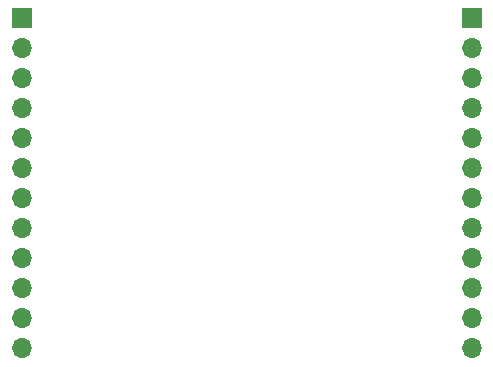
<source format=gbs>
%TF.GenerationSoftware,KiCad,Pcbnew,(5.1.9-0-10_14)*%
%TF.CreationDate,2021-08-20T09:16:23+02:00*%
%TF.ProjectId,WM8758B_breakout,574d3837-3538-4425-9f62-7265616b6f75,rev?*%
%TF.SameCoordinates,Original*%
%TF.FileFunction,Soldermask,Bot*%
%TF.FilePolarity,Negative*%
%FSLAX46Y46*%
G04 Gerber Fmt 4.6, Leading zero omitted, Abs format (unit mm)*
G04 Created by KiCad (PCBNEW (5.1.9-0-10_14)) date 2021-08-20 09:16:23*
%MOMM*%
%LPD*%
G01*
G04 APERTURE LIST*
%ADD10O,1.700000X1.700000*%
%ADD11R,1.700000X1.700000*%
G04 APERTURE END LIST*
D10*
%TO.C,J1*%
X134620000Y-120650000D03*
X134620000Y-118110000D03*
X134620000Y-115570000D03*
X134620000Y-113030000D03*
X134620000Y-110490000D03*
X134620000Y-107950000D03*
X134620000Y-105410000D03*
X134620000Y-102870000D03*
X134620000Y-100330000D03*
X134620000Y-97790000D03*
X134620000Y-95250000D03*
D11*
X134620000Y-92710000D03*
%TD*%
%TO.C,J2*%
X172720000Y-92710000D03*
D10*
X172720000Y-95250000D03*
X172720000Y-97790000D03*
X172720000Y-100330000D03*
X172720000Y-102870000D03*
X172720000Y-105410000D03*
X172720000Y-107950000D03*
X172720000Y-110490000D03*
X172720000Y-113030000D03*
X172720000Y-115570000D03*
X172720000Y-118110000D03*
X172720000Y-120650000D03*
%TD*%
M02*

</source>
